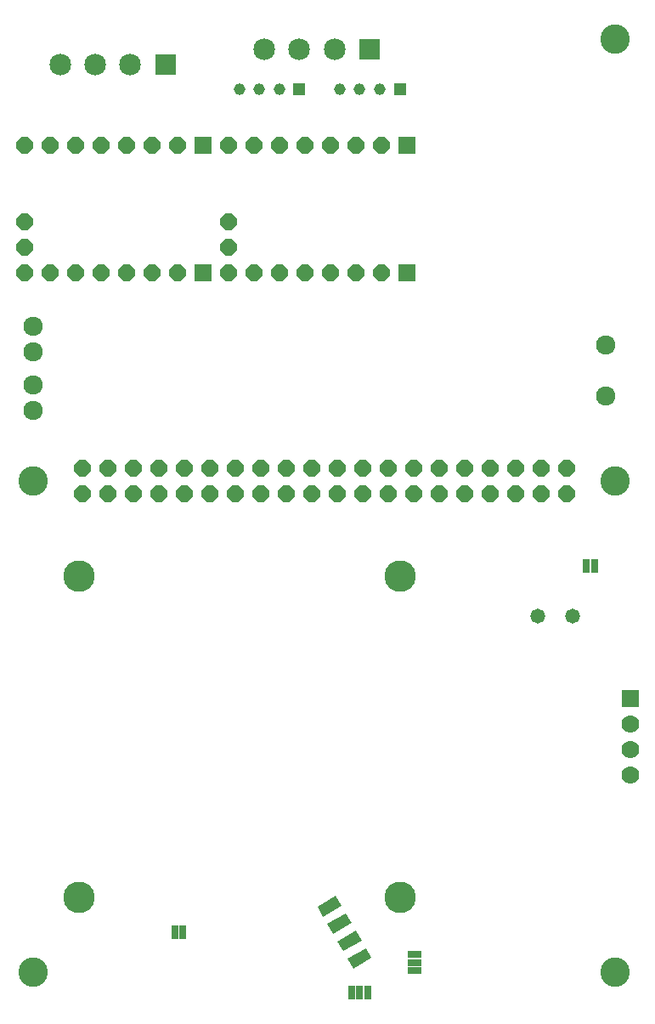
<source format=gbr>
G04 EAGLE Gerber RS-274X export*
G75*
%MOMM*%
%FSLAX34Y34*%
%LPD*%
%INSoldermask Bottom*%
%IPPOS*%
%AMOC8*
5,1,8,0,0,1.08239X$1,22.5*%
G01*
%ADD10C,2.927000*%
%ADD11P,1.787026X8X22.500000*%
%ADD12R,0.762000X1.397000*%
%ADD13C,3.127000*%
%ADD14R,2.127000X1.127000*%
%ADD15C,1.927000*%
%ADD16R,1.778000X1.778000*%
%ADD17C,1.778000*%
%ADD18C,1.477000*%
%ADD19R,2.159000X2.159000*%
%ADD20C,2.159000*%
%ADD21R,1.397000X0.762000*%
%ADD22R,1.651000X1.651000*%
%ADD23P,1.787026X8X292.500000*%
%ADD24P,1.787026X8X202.500000*%
%ADD25R,1.177000X1.177000*%
%ADD26C,1.177000*%


D10*
X35000Y35000D03*
X35000Y525000D03*
X615000Y525000D03*
X615000Y35000D03*
X615000Y965000D03*
D11*
X83700Y512300D03*
X83700Y537700D03*
X109100Y512300D03*
X109100Y537700D03*
X134500Y512300D03*
X134500Y537700D03*
X159900Y512300D03*
X159900Y537700D03*
X185300Y512300D03*
X185300Y537700D03*
X210700Y512300D03*
X210700Y537700D03*
X236100Y512300D03*
X236100Y537700D03*
X261500Y512300D03*
X261500Y537700D03*
X286900Y512300D03*
X286900Y537700D03*
X312300Y512300D03*
X312300Y537700D03*
X337700Y512300D03*
X337700Y537700D03*
X363100Y512300D03*
X363100Y537700D03*
X388500Y512300D03*
X388500Y537700D03*
X413900Y512300D03*
X413900Y537700D03*
X439300Y512300D03*
X439300Y537700D03*
X464700Y512300D03*
X464700Y537700D03*
X490100Y512300D03*
X490100Y537700D03*
X515500Y512300D03*
X515500Y537700D03*
X540900Y512300D03*
X540900Y537700D03*
X566300Y512300D03*
X566300Y537700D03*
D12*
X594064Y440000D03*
X585936Y440000D03*
D13*
X400000Y110000D03*
X80000Y110000D03*
X80000Y430000D03*
X400000Y430000D03*
D14*
G36*
X317973Y100544D02*
X336392Y111178D01*
X342027Y101418D01*
X323608Y90784D01*
X317973Y100544D01*
G37*
G36*
X327973Y83223D02*
X346392Y93857D01*
X352027Y84097D01*
X333608Y73463D01*
X327973Y83223D01*
G37*
G36*
X337973Y65903D02*
X356392Y76537D01*
X362027Y66777D01*
X343608Y56143D01*
X337973Y65903D01*
G37*
G36*
X347973Y48582D02*
X366392Y59216D01*
X372027Y49456D01*
X353608Y38822D01*
X347973Y48582D01*
G37*
D15*
X605000Y660000D03*
X605000Y609200D03*
D16*
X630000Y308100D03*
D17*
X630000Y282700D03*
X630000Y257300D03*
X630000Y231900D03*
D15*
X35000Y679000D03*
X35000Y653600D03*
D18*
X572500Y390000D03*
X537500Y390000D03*
D15*
X35000Y620000D03*
X35000Y594600D03*
D19*
X370000Y955000D03*
D20*
X335000Y955000D03*
X300000Y955000D03*
X265000Y955000D03*
D19*
X166500Y940000D03*
D20*
X131500Y940000D03*
X96500Y940000D03*
X61500Y940000D03*
D12*
X368128Y15000D03*
X360000Y15000D03*
X351872Y15000D03*
D21*
X415000Y36872D03*
X415000Y45000D03*
X415000Y53128D03*
D12*
X175936Y75000D03*
X184064Y75000D03*
D22*
X203900Y732500D03*
D23*
X178500Y732500D03*
X153100Y732500D03*
X127700Y732500D03*
X102300Y732500D03*
X76900Y732500D03*
X51500Y732500D03*
X26100Y732500D03*
D22*
X203900Y859500D03*
D23*
X178500Y859500D03*
X153100Y859500D03*
X127700Y859500D03*
X102300Y859500D03*
X76900Y859500D03*
X51500Y859500D03*
X26100Y859500D03*
D24*
X26100Y757900D03*
X26100Y783300D03*
D22*
X407100Y732500D03*
D23*
X381700Y732500D03*
X356300Y732500D03*
X330900Y732500D03*
X305500Y732500D03*
X280100Y732500D03*
X254700Y732500D03*
X229300Y732500D03*
D22*
X407100Y859500D03*
D23*
X381700Y859500D03*
X356300Y859500D03*
X330900Y859500D03*
X305500Y859500D03*
X280100Y859500D03*
X254700Y859500D03*
X229300Y859500D03*
D24*
X229300Y757900D03*
X229300Y783300D03*
D25*
X400000Y915000D03*
D26*
X380000Y915000D03*
X360000Y915000D03*
X340000Y915000D03*
D25*
X300000Y915000D03*
D26*
X280000Y915000D03*
X260000Y915000D03*
X240000Y915000D03*
M02*

</source>
